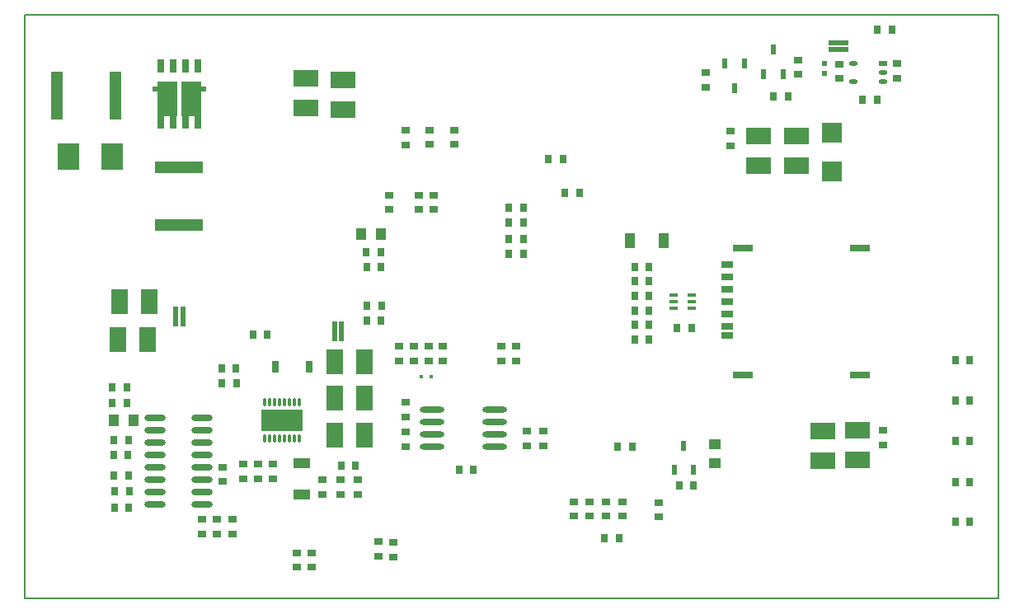
<source format=gbp>
%FSLAX25Y25*%
%MOIN*%
G70*
G01*
G75*
G04 Layer_Color=128*
%ADD10C,0.02000*%
%ADD11C,0.03000*%
%ADD12C,0.01500*%
%ADD13R,0.01575X0.01181*%
%ADD14R,0.03937X0.02362*%
%ADD15R,0.03347X0.02756*%
%ADD16R,0.07480X0.11811*%
%ADD17O,0.06890X0.02362*%
%ADD18O,0.02362X0.07087*%
%ADD19O,0.07087X0.02362*%
%ADD20O,0.06299X0.02362*%
%ADD21R,0.02756X0.03347*%
%ADD22R,0.00984X0.01575*%
%ADD23R,0.02362X0.01969*%
%ADD24R,0.00984X0.01299*%
G04:AMPARAMS|DCode=25|XSize=35.43mil|YSize=157.48mil|CornerRadius=1.77mil|HoleSize=0mil|Usage=FLASHONLY|Rotation=90.000|XOffset=0mil|YOffset=0mil|HoleType=Round|Shape=RoundedRectangle|*
%AMROUNDEDRECTD25*
21,1,0.03543,0.15394,0,0,90.0*
21,1,0.03189,0.15748,0,0,90.0*
1,1,0.00354,0.07697,0.01595*
1,1,0.00354,0.07697,-0.01595*
1,1,0.00354,-0.07697,-0.01595*
1,1,0.00354,-0.07697,0.01595*
%
%ADD25ROUNDEDRECTD25*%
%ADD26R,0.01181X0.01575*%
%ADD27R,0.02362X0.02362*%
%ADD28R,0.02362X0.02362*%
%ADD29R,0.03347X0.01575*%
%ADD30R,0.05118X0.03937*%
%ADD31O,0.03740X0.00984*%
%ADD32O,0.00984X0.03740*%
%ADD33R,0.08661X0.08661*%
%ADD34R,0.03150X0.02559*%
%ADD35O,0.01378X0.06693*%
%ADD36C,0.03937*%
%ADD37R,0.01200X0.01800*%
%ADD38R,0.07874X0.03937*%
%ADD39R,0.01575X0.05906*%
%ADD40R,0.07874X0.07874*%
%ADD41O,0.03937X0.01181*%
%ADD42R,0.03937X0.01181*%
%ADD43R,0.02500X0.05906*%
%ADD44R,0.04800X0.05600*%
%ADD45R,0.04724X0.03150*%
%ADD46O,0.03740X0.01378*%
%ADD47R,0.08661X0.16929*%
%ADD48R,0.04803X0.02441*%
%ADD49R,0.07087X0.07874*%
%ADD50O,0.06693X0.01063*%
%ADD51R,0.06693X0.01063*%
%ADD52R,0.01063X0.06693*%
%ADD53R,0.08898X0.25590*%
%ADD54R,0.03937X0.05118*%
%ADD55R,0.03937X0.05906*%
%ADD56R,0.07874X0.07874*%
%ADD57R,0.04724X0.09843*%
%ADD58R,0.10000X0.07000*%
%ADD59O,0.05906X0.03150*%
%ADD60R,0.07087X0.03937*%
%ADD61O,0.03150X0.05906*%
%ADD62R,0.03937X0.07087*%
%ADD63C,0.01000*%
%ADD64C,0.08000*%
%ADD65C,0.01200*%
%ADD66C,0.00800*%
%ADD67C,0.02500*%
%ADD68R,0.11600X0.03500*%
%ADD69R,0.12910X0.06885*%
%ADD70R,0.04300X0.04600*%
%ADD71R,0.04600X0.21700*%
%ADD72R,0.34969X0.11400*%
%ADD73R,0.26500X0.16000*%
%ADD74R,0.18000X0.08400*%
%ADD75R,0.10500X0.06400*%
%ADD76R,0.06000X0.09600*%
%ADD77R,0.06700X0.09800*%
%ADD78R,0.04200X0.18700*%
%ADD79R,0.06200X0.14700*%
%ADD80R,0.10400X0.95500*%
%ADD81R,0.27300X0.16100*%
%ADD82R,0.05700X0.21700*%
%ADD83R,0.08100X0.13300*%
%ADD84R,0.08700X0.05400*%
%ADD85R,0.05000X0.07173*%
%ADD86R,0.06600X0.19900*%
%ADD87C,0.00500*%
%ADD88R,0.05906X0.05906*%
%ADD89C,0.05906*%
%ADD90C,0.07874*%
%ADD91R,0.07874X0.07874*%
G04:AMPARAMS|DCode=92|XSize=51.18mil|YSize=173.23mil|CornerRadius=2.56mil|HoleSize=0mil|Usage=FLASHONLY|Rotation=90.000|XOffset=0mil|YOffset=0mil|HoleType=Round|Shape=RoundedRectangle|*
%AMROUNDEDRECTD92*
21,1,0.05118,0.16811,0,0,90.0*
21,1,0.04606,0.17323,0,0,90.0*
1,1,0.00512,0.08406,0.02303*
1,1,0.00512,0.08406,-0.02303*
1,1,0.00512,-0.08406,-0.02303*
1,1,0.00512,-0.08406,0.02303*
%
%ADD92ROUNDEDRECTD92*%
%ADD93C,0.01969*%
%ADD94R,0.05315X0.07284*%
%ADD95C,0.13780*%
%ADD96O,0.07874X0.11811*%
%ADD97R,0.07874X0.11811*%
%ADD98C,0.02000*%
%ADD99C,0.03000*%
%ADD100C,0.03500*%
%ADD101C,0.04000*%
%ADD102C,0.02598*%
%ADD103C,0.04000*%
%ADD104R,0.10876X0.04450*%
%ADD105R,0.12400X0.11000*%
%ADD106R,0.12400X0.13400*%
%ADD107R,0.42200X0.13900*%
%ADD108R,0.28100X0.17200*%
%ADD109R,0.10200X0.09400*%
%ADD110R,0.09500X0.12000*%
%ADD111C,0.05000*%
%ADD112R,0.39000X0.13800*%
%ADD113R,0.06200X0.13300*%
%ADD114R,0.21900X0.04900*%
%ADD115R,0.19300X0.05600*%
%ADD116R,0.27100X0.16800*%
%ADD117R,0.08400X0.08100*%
%ADD118R,0.08300X0.14100*%
%ADD119R,0.08661X0.11024*%
%ADD120R,0.01969X0.07874*%
%ADD121R,0.02362X0.03937*%
%ADD122R,0.02500X0.05500*%
%ADD123R,0.06299X0.01969*%
%ADD124R,0.07874X0.14410*%
%ADD125R,0.07000X0.10000*%
%ADD126R,0.07087X0.03937*%
%ADD127O,0.09843X0.02362*%
%ADD128O,0.08661X0.02362*%
%ADD129O,0.01378X0.03740*%
%ADD130R,0.16929X0.08661*%
%ADD131R,0.04843X0.02559*%
%ADD132R,0.08268X0.02756*%
%ADD133O,0.03543X0.01969*%
%ADD134O,0.03543X0.01969*%
%ADD135R,0.03543X0.01969*%
%ADD136R,0.03347X0.01575*%
%ADD137R,0.07874X0.01969*%
%ADD138R,0.05118X0.19685*%
%ADD139R,0.03150X0.04724*%
%ADD140R,0.19685X0.05118*%
%ADD141C,0.09000*%
%ADD142R,0.22800X0.06300*%
%ADD143R,0.08600X0.09700*%
%ADD144R,0.05400X0.08800*%
%ADD145R,0.03600X0.11400*%
%ADD146R,0.11100X0.13400*%
%ADD147R,0.08800X0.07400*%
%ADD148R,0.29300X0.15600*%
%ADD149R,0.14000X0.54700*%
%ADD150R,0.48700X0.11300*%
%ADD151R,0.26931X0.16000*%
%ADD152R,0.14700X0.03700*%
%ADD153R,0.08500X0.39500*%
%ADD154R,0.04900X0.17100*%
%ADD155R,0.07600X0.09400*%
%ADD156R,0.03474X0.08965*%
%ADD157R,0.08900X0.10200*%
%ADD158R,0.15200X0.28165*%
%ADD159R,0.15800X0.09700*%
%ADD160C,0.00984*%
%ADD161C,0.00300*%
%ADD162C,0.00787*%
%ADD163C,0.02362*%
%ADD164C,0.00600*%
%ADD165C,0.00700*%
%ADD166C,0.00900*%
%ADD167R,0.05417X0.06634*%
%ADD168R,0.02375X0.01981*%
%ADD169R,0.04737X0.03162*%
%ADD170R,0.04147X0.03556*%
%ADD171R,0.08280X0.12611*%
%ADD172O,0.07690X0.03162*%
%ADD173O,0.03162X0.07887*%
%ADD174O,0.07887X0.03162*%
%ADD175O,0.07099X0.03162*%
%ADD176R,0.03556X0.04147*%
%ADD177R,0.01784X0.02375*%
%ADD178R,0.03162X0.02769*%
%ADD179R,0.01784X0.02099*%
G04:AMPARAMS|DCode=180|XSize=39.37mil|YSize=161.42mil|CornerRadius=1.97mil|HoleSize=0mil|Usage=FLASHONLY|Rotation=90.000|XOffset=0mil|YOffset=0mil|HoleType=Round|Shape=RoundedRectangle|*
%AMROUNDEDRECTD180*
21,1,0.03937,0.15748,0,0,90.0*
21,1,0.03543,0.16142,0,0,90.0*
1,1,0.00394,0.07874,0.01772*
1,1,0.00394,0.07874,-0.01772*
1,1,0.00394,-0.07874,-0.01772*
1,1,0.00394,-0.07874,0.01772*
%
%ADD180ROUNDEDRECTD180*%
%ADD181R,0.01981X0.02375*%
%ADD182R,0.03162X0.03162*%
%ADD183R,0.03162X0.03162*%
%ADD184R,0.03740X0.01969*%
%ADD185R,0.05918X0.04737*%
%ADD186O,0.04540X0.01784*%
%ADD187O,0.01784X0.04540*%
%ADD188R,0.09461X0.09461*%
%ADD189R,0.03950X0.03359*%
%ADD190O,0.02178X0.07493*%
%ADD191C,0.04737*%
%ADD192R,0.02000X0.02600*%
%ADD193R,0.08674X0.04737*%
%ADD194R,0.02375X0.06706*%
%ADD195R,0.08674X0.08674*%
%ADD196O,0.04737X0.01981*%
%ADD197R,0.04737X0.01981*%
%ADD198R,0.03300X0.06706*%
%ADD199R,0.05600X0.06400*%
%ADD200R,0.05524X0.03950*%
%ADD201O,0.04540X0.02178*%
%ADD202R,0.09461X0.17729*%
%ADD203R,0.05603X0.03241*%
%ADD204R,0.07887X0.08674*%
%ADD205O,0.07493X0.01863*%
%ADD206R,0.07493X0.01863*%
%ADD207R,0.01863X0.07493*%
%ADD208R,0.09698X0.26391*%
%ADD209R,0.04737X0.05918*%
%ADD210R,0.04737X0.06706*%
%ADD211R,0.08674X0.08674*%
%ADD212R,0.05524X0.10642*%
%ADD213R,0.10800X0.07800*%
%ADD214O,0.06706X0.03950*%
%ADD215R,0.07887X0.04737*%
%ADD216O,0.03950X0.06706*%
%ADD217R,0.04737X0.07887*%
%ADD218R,0.06706X0.06706*%
%ADD219C,0.06706*%
%ADD220C,0.08674*%
%ADD221R,0.08674X0.08674*%
G04:AMPARAMS|DCode=222|XSize=55.12mil|YSize=177.16mil|CornerRadius=2.76mil|HoleSize=0mil|Usage=FLASHONLY|Rotation=90.000|XOffset=0mil|YOffset=0mil|HoleType=Round|Shape=RoundedRectangle|*
%AMROUNDEDRECTD222*
21,1,0.05512,0.17165,0,0,90.0*
21,1,0.04961,0.17716,0,0,90.0*
1,1,0.00551,0.08583,0.02480*
1,1,0.00551,0.08583,-0.02480*
1,1,0.00551,-0.08583,-0.02480*
1,1,0.00551,-0.08583,0.02480*
%
%ADD222ROUNDEDRECTD222*%
%ADD223C,0.02769*%
%ADD224R,0.06115X0.08083*%
%ADD225C,0.14579*%
%ADD226O,0.08674X0.12611*%
%ADD227R,0.08674X0.12611*%
%ADD228C,0.03800*%
%ADD229R,0.09461X0.11824*%
%ADD230R,0.02769X0.08674*%
%ADD231R,0.03162X0.04737*%
%ADD232R,0.03300X0.06300*%
%ADD233R,0.07099X0.02769*%
%ADD234R,0.08674X0.15210*%
%ADD235R,0.07800X0.10800*%
%ADD236R,0.07887X0.04737*%
%ADD237O,0.10642X0.03162*%
%ADD238O,0.09461X0.03162*%
%ADD239O,0.02178X0.04540*%
%ADD240R,0.17729X0.09461*%
%ADD241R,0.05643X0.03359*%
%ADD242R,0.09068X0.03556*%
%ADD243O,0.04343X0.02769*%
%ADD244O,0.04343X0.02769*%
%ADD245R,0.04343X0.02769*%
%ADD246R,0.04147X0.02375*%
%ADD247R,0.08674X0.02769*%
%ADD248R,0.05918X0.20485*%
%ADD249R,0.03950X0.05524*%
%ADD250R,0.20485X0.05918*%
%ADD251C,0.03398*%
D15*
X166532Y159800D02*
D03*
Y165706D02*
D03*
X156532Y159800D02*
D03*
Y165706D02*
D03*
X185531Y72294D02*
D03*
Y78200D02*
D03*
X191631Y72294D02*
D03*
Y78200D02*
D03*
X339831Y44100D02*
D03*
Y38195D02*
D03*
X214732Y15405D02*
D03*
Y9500D02*
D03*
X221265Y15405D02*
D03*
Y9500D02*
D03*
X227798D02*
D03*
Y15405D02*
D03*
X234331D02*
D03*
Y9500D02*
D03*
X195700Y38026D02*
D03*
Y43931D02*
D03*
X202500Y43931D02*
D03*
Y38026D02*
D03*
X64400Y8100D02*
D03*
Y2194D02*
D03*
X72700Y23500D02*
D03*
Y29406D02*
D03*
X81082Y30500D02*
D03*
Y24595D02*
D03*
X87057Y30500D02*
D03*
Y24595D02*
D03*
X93032Y24595D02*
D03*
Y30500D02*
D03*
X108957Y-5316D02*
D03*
Y-11222D02*
D03*
X135900Y-900D02*
D03*
Y-6805D02*
D03*
X141800Y-1100D02*
D03*
Y-7006D02*
D03*
X113232Y24105D02*
D03*
Y18200D02*
D03*
X120332Y24105D02*
D03*
Y18200D02*
D03*
X127431Y18200D02*
D03*
Y24105D02*
D03*
X146700Y37532D02*
D03*
Y43437D02*
D03*
X146800Y55431D02*
D03*
Y49526D02*
D03*
X144231Y78200D02*
D03*
Y72294D02*
D03*
X150131Y78200D02*
D03*
Y72294D02*
D03*
X156032Y72294D02*
D03*
Y78200D02*
D03*
X161932Y78200D02*
D03*
Y72294D02*
D03*
X140131Y139400D02*
D03*
Y133494D02*
D03*
X152131Y139400D02*
D03*
Y133494D02*
D03*
X158132Y139400D02*
D03*
Y133494D02*
D03*
X278200Y165100D02*
D03*
Y159195D02*
D03*
X268200Y188800D02*
D03*
Y182895D02*
D03*
X305600Y194000D02*
D03*
Y188094D02*
D03*
X322031Y186500D02*
D03*
Y192405D02*
D03*
X345632Y186600D02*
D03*
Y192506D02*
D03*
X102865Y-5339D02*
D03*
Y-11245D02*
D03*
X76700Y8100D02*
D03*
Y2194D02*
D03*
X70550Y2194D02*
D03*
Y8100D02*
D03*
X146700Y159600D02*
D03*
Y165506D02*
D03*
X249200Y15032D02*
D03*
Y9126D02*
D03*
D21*
X369000Y23400D02*
D03*
X374905D02*
D03*
X369000Y7300D02*
D03*
X374905D02*
D03*
X369000Y40000D02*
D03*
X374905D02*
D03*
X369000Y56200D02*
D03*
X374905D02*
D03*
X301474Y179100D02*
D03*
X295568D02*
D03*
X263300Y21800D02*
D03*
X257395D02*
D03*
X227234Y479D02*
D03*
X233139D02*
D03*
X28100Y61500D02*
D03*
X34005D02*
D03*
X34106Y55100D02*
D03*
X28200D02*
D03*
X34700Y40400D02*
D03*
X28795D02*
D03*
X28700Y34400D02*
D03*
X34606D02*
D03*
X28900Y26000D02*
D03*
X34806D02*
D03*
X35200Y19600D02*
D03*
X29294D02*
D03*
X29000Y12800D02*
D03*
X34905D02*
D03*
X126631Y29800D02*
D03*
X120726D02*
D03*
X168400Y28300D02*
D03*
X174305D02*
D03*
X78332Y63100D02*
D03*
X72426D02*
D03*
X78232Y69100D02*
D03*
X72326D02*
D03*
X85000Y82800D02*
D03*
X90905D02*
D03*
X131032Y88700D02*
D03*
X136937D02*
D03*
X131131Y94600D02*
D03*
X137037D02*
D03*
X136932Y110300D02*
D03*
X131026D02*
D03*
X130832Y116300D02*
D03*
X136737D02*
D03*
X188531Y128100D02*
D03*
X194437D02*
D03*
X188531Y134200D02*
D03*
X194437D02*
D03*
X210474Y153763D02*
D03*
X204569D02*
D03*
X217000Y140237D02*
D03*
X211094D02*
D03*
X239326Y81000D02*
D03*
X245232D02*
D03*
X245232Y86860D02*
D03*
X239326D02*
D03*
X245232Y92720D02*
D03*
X239326D02*
D03*
X239326Y98580D02*
D03*
X245232D02*
D03*
X245232Y104440D02*
D03*
X239326D02*
D03*
X239326Y110300D02*
D03*
X245232D02*
D03*
X256500Y85600D02*
D03*
X262405D02*
D03*
X343431Y206200D02*
D03*
X337526D02*
D03*
X337332Y178000D02*
D03*
X331426D02*
D03*
X194437Y121600D02*
D03*
X188531D02*
D03*
X194437Y115700D02*
D03*
X188531D02*
D03*
X369000Y72600D02*
D03*
X374905D02*
D03*
X232537Y37700D02*
D03*
X238442D02*
D03*
D26*
X157000Y66000D02*
D03*
X153063D02*
D03*
D28*
X316000Y188500D02*
D03*
Y192437D02*
D03*
D30*
X271731Y38706D02*
D03*
Y30832D02*
D03*
D40*
X319131Y164732D02*
D03*
Y148984D02*
D03*
D54*
X36800Y48100D02*
D03*
X28926D02*
D03*
X136732Y123700D02*
D03*
X128858D02*
D03*
D55*
X237521Y120800D02*
D03*
X251300D02*
D03*
D58*
X329432Y44300D02*
D03*
Y32300D02*
D03*
X315531Y43800D02*
D03*
Y31800D02*
D03*
X289531Y163200D02*
D03*
Y151200D02*
D03*
X304832Y163200D02*
D03*
Y151200D02*
D03*
X121400Y174000D02*
D03*
Y186000D02*
D03*
X106600Y174500D02*
D03*
Y186500D02*
D03*
D87*
X-7068Y212300D02*
X386632D01*
X-7068Y-23921D02*
Y212300D01*
Y-23921D02*
X386632D01*
Y212300D01*
D119*
X28317Y155000D02*
D03*
X10600D02*
D03*
D120*
X53800Y90400D02*
D03*
X56753D02*
D03*
X118000Y84300D02*
D03*
X120953D02*
D03*
D121*
X291526Y188400D02*
D03*
X295463Y198242D02*
D03*
X299400Y188400D02*
D03*
X283674Y192500D02*
D03*
X279737Y182658D02*
D03*
X275800Y192500D02*
D03*
X263231Y28205D02*
D03*
X259295Y38048D02*
D03*
X255358Y28205D02*
D03*
D122*
X57900Y168862D02*
D03*
X47900D02*
D03*
Y191500D02*
D03*
X62900Y168862D02*
D03*
X57900Y191500D02*
D03*
X62900D02*
D03*
X52900Y168862D02*
D03*
Y191500D02*
D03*
D123*
X47526Y182248D02*
D03*
X63274D02*
D03*
D124*
X50479Y178213D02*
D03*
X60321D02*
D03*
D125*
X31100Y96100D02*
D03*
X43100D02*
D03*
X42500Y80800D02*
D03*
X30500D02*
D03*
X118231Y71800D02*
D03*
X130231D02*
D03*
X118231Y57300D02*
D03*
X130231D02*
D03*
X118131Y42400D02*
D03*
X130131D02*
D03*
D126*
X104931Y18105D02*
D03*
Y30900D02*
D03*
D127*
X182989Y52631D02*
D03*
Y47631D02*
D03*
Y42632D02*
D03*
Y37631D02*
D03*
X157511Y52732D02*
D03*
Y47732D02*
D03*
Y42731D02*
D03*
Y37732D02*
D03*
D128*
X45651Y14400D02*
D03*
Y19400D02*
D03*
Y24400D02*
D03*
Y29400D02*
D03*
Y34400D02*
D03*
Y39400D02*
D03*
Y44400D02*
D03*
Y49400D02*
D03*
X64549Y14400D02*
D03*
Y19400D02*
D03*
Y24400D02*
D03*
Y29400D02*
D03*
Y34400D02*
D03*
Y39400D02*
D03*
Y44400D02*
D03*
Y49400D02*
D03*
D129*
X103721Y40818D02*
D03*
X101753D02*
D03*
X99784D02*
D03*
X97816D02*
D03*
X95847D02*
D03*
X93879D02*
D03*
X91910D02*
D03*
X89942D02*
D03*
Y55582D02*
D03*
X91910D02*
D03*
X93879D02*
D03*
X95847D02*
D03*
X97816D02*
D03*
X99784D02*
D03*
X101753D02*
D03*
X103721D02*
D03*
D130*
X96832Y48200D02*
D03*
D131*
X276800Y82500D02*
D03*
Y86240D02*
D03*
Y111240D02*
D03*
Y106240D02*
D03*
Y101240D02*
D03*
Y96240D02*
D03*
Y91240D02*
D03*
D132*
X283158Y117815D02*
D03*
X330402D02*
D03*
X283158Y66673D02*
D03*
X330402D02*
D03*
D133*
X339742Y185120D02*
D03*
Y188860D02*
D03*
X327931Y185120D02*
D03*
D134*
Y192600D02*
D03*
D135*
X339742D02*
D03*
D136*
X262573Y93641D02*
D03*
X255290D02*
D03*
Y96200D02*
D03*
X262573Y98759D02*
D03*
Y96200D02*
D03*
X255290Y98759D02*
D03*
D137*
X321831Y198100D02*
D03*
Y201053D02*
D03*
D138*
X5978Y179700D02*
D03*
X29600D02*
D03*
D139*
X94314Y70000D02*
D03*
X107700D02*
D03*
D140*
X55100Y127113D02*
D03*
Y150735D02*
D03*
M02*

</source>
